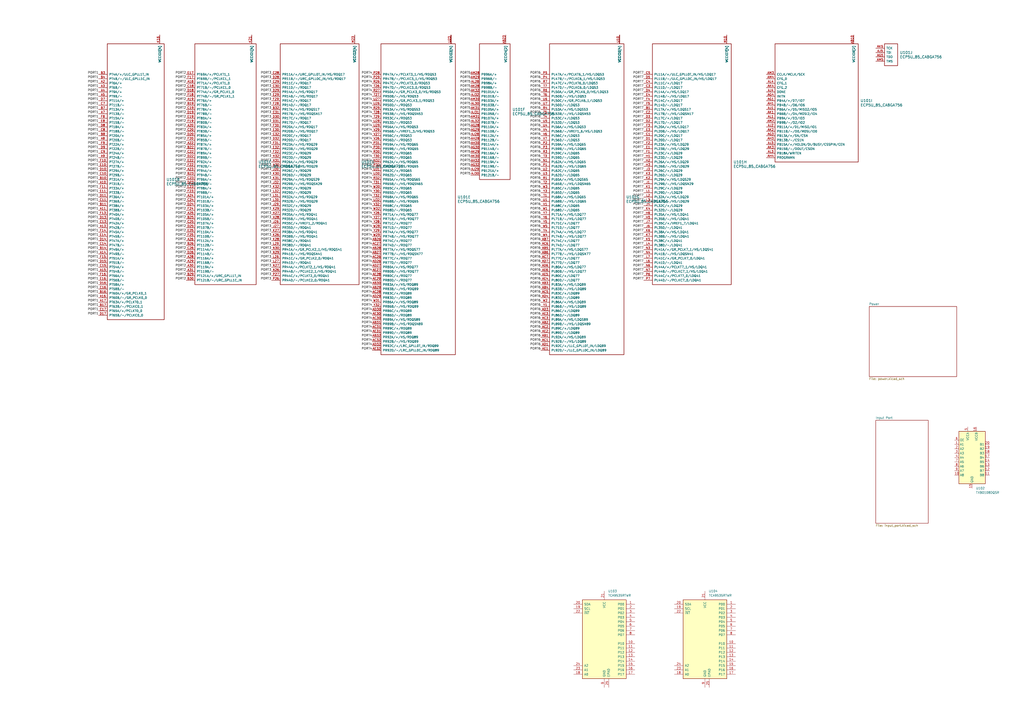
<source format=kicad_sch>
(kicad_sch (version 20230121) (generator eeschema)
  (paper "A2")
  (label "PORT4" (at 215.9 106.68 180))
  (label "PORT7" (at 373.38 78.74 180))
  (label "PORT7" (at 373.38 68.58 180))
  (label "PORT6" (at 313.69 147.32 180))
  (label "PORT1" (at 57.15 114.3 180))
  (label "PORT1" (at 57.15 119.38 180))
  (label "PORT6" (at 313.69 160.02 180))
  (label "PORT7" (at 373.38 157.48 180))
  (label "PORT4" (at 215.9 157.48 180))
  (label "PORT2" (at 107.95 114.3 180))
  (label "PORT7" (at 373.38 124.46 180))
  (label "PORT4" (at 215.9 160.02 180))
  (label "PORT1" (at 57.15 91.44 180))
  (label "PORT6" (at 313.69 142.24 180))
  (label "PORT6" (at 313.69 55.88 180))
  (label "PORT1" (at 57.15 137.16 180))
  (label "PORT1" (at 57.15 111.76 180))
  (label "PORT6" (at 313.69 91.44 180))
  (label "PORT6" (at 313.69 152.4 180))
  (label "PORT4" (at 215.9 48.26 180))
  (label "PORT1" (at 57.15 129.54 180))
  (label "PORT1" (at 57.15 144.78 180))
  (label "PORT2" (at 107.95 86.36 180))
  (label "PORT6" (at 313.69 88.9 180))
  (label "PORT7" (at 373.38 139.7 180))
  (label "PORT4" (at 215.9 177.8 180))
  (label "PORT3" (at 157.48 157.48 180))
  (label "PORT1" (at 57.15 121.92 180))
  (label "PORT7" (at 373.38 55.88 180))
  (label "PORT3" (at 157.48 160.02 180))
  (label "PORT2" (at 107.95 58.42 180))
  (label "PORT7" (at 373.38 50.8 180))
  (label "PORT5" (at 273.05 101.6 180))
  (label "PORT6" (at 313.69 104.14 180))
  (label "PORT4" (at 215.9 175.26 180))
  (label "PORT4" (at 215.9 93.98 180))
  (label "PORT1" (at 57.15 76.2 180))
  (label "PORT7" (at 373.38 88.9 180))
  (label "PORT4" (at 215.9 187.96 180))
  (label "PORT6" (at 313.69 127 180))
  (label "PORT4" (at 215.9 66.04 180))
  (label "PORT1" (at 57.15 154.94 180))
  (label "PORT3" (at 157.48 104.14 180))
  (label "PORT1" (at 57.15 99.06 180))
  (label "PORT3" (at 157.48 147.32 180))
  (label "PORT6" (at 313.69 144.78 180))
  (label "PORT2" (at 107.95 71.12 180))
  (label "PORT3" (at 157.48 88.9 180))
  (label "PORT6" (at 313.69 60.96 180))
  (label "PORT7" (at 373.38 101.6 180))
  (label "PORT3" (at 157.48 99.06 180))
  (label "PORT7" (at 373.38 154.94 180))
  (label "PORT6" (at 313.69 83.82 180))
  (label "PORT2" (at 107.95 134.62 180))
  (label "PORT4" (at 215.9 162.56 180))
  (label "PORT7" (at 373.38 99.06 180))
  (label "PORT1" (at 57.15 53.34 180))
  (label "PORT1" (at 57.15 116.84 180))
  (label "PORT1" (at 57.15 48.26 180))
  (label "PORT6" (at 313.69 71.12 180))
  (label "PORT1" (at 57.15 124.46 180))
  (label "PORT4" (at 215.9 198.12 180))
  (label "PORT4" (at 215.9 96.52 180))
  (label "PORT6" (at 313.69 132.08 180))
  (label "PORT1" (at 57.15 43.18 180))
  (label "PORT1" (at 57.15 68.58 180))
  (label "PORT4" (at 215.9 116.84 180))
  (label "PORT4" (at 215.9 121.92 180))
  (label "PORT3" (at 157.48 111.76 180))
  (label "PORT4" (at 215.9 99.06 180))
  (label "PORT7" (at 373.38 81.28 180))
  (label "PORT2" (at 107.95 55.88 180))
  (label "PORT6" (at 313.69 81.28 180))
  (label "PORT7" (at 373.38 43.18 180))
  (label "PORT3" (at 157.48 121.92 180))
  (label "PORT4" (at 215.9 119.38 180))
  (label "PORT3" (at 157.48 68.58 180))
  (label "PORT4" (at 215.9 134.62 180))
  (label "PORT2" (at 107.95 160.02 180))
  (label "PORT7" (at 373.38 152.4 180))
  (label "PORT2" (at 107.95 129.54 180))
  (label "PORT7" (at 373.38 109.22 180))
  (label "PORT4" (at 215.9 172.72 180))
  (label "PORT3" (at 157.48 76.2 180))
  (label "PORT3" (at 157.48 78.74 180))
  (label "PORT6" (at 313.69 58.42 180))
  (label "PORT4" (at 215.9 58.42 180))
  (label "PORT2" (at 107.95 66.04 180))
  (label "PORT1" (at 57.15 96.52 180))
  (label "PORT5" (at 273.05 96.52 180))
  (label "PORT4" (at 215.9 152.4 180))
  (label "PORT7" (at 373.38 114.3 180))
  (label "PORT6" (at 313.69 73.66 180))
  (label "PORT7" (at 373.38 142.24 180))
  (label "PORT6" (at 313.69 106.68 180))
  (label "PORT2" (at 107.95 104.14 180))
  (label "PORT2" (at 107.95 127 180))
  (label "PORT4" (at 215.9 76.2 180))
  (label "PORT1" (at 57.15 182.88 180))
  (label "PORT4" (at 215.9 185.42 180))
  (label "PORT4" (at 215.9 170.18 180))
  (label "PORT4" (at 215.9 68.58 180))
  (label "PORT4" (at 215.9 86.36 180))
  (label "PORT2" (at 107.95 43.18 180))
  (label "PORT1" (at 57.15 81.28 180))
  (label "PORT7" (at 373.38 134.62 180))
  (label "PORT4" (at 215.9 149.86 180))
  (label "PORT2" (at 107.95 53.34 180))
  (label "PORT3" (at 157.48 144.78 180))
  (label "PORT2" (at 107.95 101.6 180))
  (label "PORT6" (at 313.69 63.5 180))
  (label "PORT1" (at 57.15 60.96 180))
  (label "PORT2" (at 107.95 73.66 180))
  (label "PORT6" (at 313.69 180.34 180))
  (label "PORT3" (at 157.48 149.86 180))
  (label "PORT4" (at 215.9 88.9 180))
  (label "PORT7" (at 373.38 71.12 180))
  (label "PORT6" (at 313.69 162.56 180))
  (label "PORT4" (at 215.9 45.72 180))
  (label "PORT2" (at 107.95 152.4 180))
  (label "PORT7" (at 373.38 86.36 180))
  (label "PORT2" (at 107.95 68.58 180))
  (label "PORT6" (at 313.69 93.98 180))
  (label "PORT2" (at 107.95 157.48 180))
  (label "PORT2" (at 107.95 142.24 180))
  (label "PORT2" (at 107.95 93.98 180))
  (label "PORT2" (at 107.95 116.84 180))
  (label "PORT3" (at 157.48 63.5 180))
  (label "PORT4" (at 215.9 101.6 180))
  (label "PORT2" (at 107.95 137.16 180))
  (label "PORT6" (at 313.69 193.04 180))
  (label "PORT7" (at 373.38 91.44 180))
  (label "PORT3" (at 157.48 106.68 180))
  (label "PORT1" (at 57.15 160.02 180))
  (label "PORT7" (at 373.38 73.66 180))
  (label "PORT1" (at 57.15 142.24 180))
  (label "PORT1" (at 57.15 78.74 180))
  (label "PORT3" (at 157.48 114.3 180))
  (label "PORT5" (at 273.05 86.36 180))
  (label "PORT4" (at 215.9 195.58 180))
  (label "PORT3" (at 157.48 58.42 180))
  (label "PORT7" (at 373.38 149.86 180))
  (label "PORT6" (at 313.69 198.12 180))
  (label "PORT4" (at 215.9 50.8 180))
  (label "PORT6" (at 313.69 121.92 180))
  (label "PORT4" (at 215.9 127 180))
  (label "PORT6" (at 313.69 68.58 180))
  (label "PORT3" (at 157.48 124.46 180))
  (label "PORT2" (at 107.95 91.44 180))
  (label "PORT2" (at 107.95 99.06 180))
  (label "PORT3" (at 157.48 53.34 180))
  (label "PORT6" (at 313.69 167.64 180))
  (label "PORT6" (at 313.69 187.96 180))
  (label "PORT7" (at 373.38 129.54 180))
  (label "PORT1" (at 57.15 45.72 180))
  (label "PORT1" (at 57.15 73.66 180))
  (label "PORT5" (at 273.05 73.66 180))
  (label "PORT3" (at 157.48 93.98 180))
  (label "PORT2" (at 107.95 111.76 180))
  (label "PORT4" (at 215.9 154.94 180))
  (label "PORT3" (at 157.48 43.18 180))
  (label "PORT5" (at 273.05 63.5 180))
  (label "PORT1" (at 57.15 109.22 180))
  (label "PORT6" (at 313.69 165.1 180))
  (label "PORT3" (at 157.48 119.38 180))
  (label "PORT6" (at 313.69 149.86 180))
  (label "PORT6" (at 313.69 101.6 180))
  (label "PORT3" (at 157.48 71.12 180))
  (label "PORT4" (at 215.9 203.2 180))
  (label "PORT7" (at 373.38 127 180))
  (label "PORT5" (at 273.05 99.06 180))
  (label "PORT4" (at 215.9 81.28 180))
  (label "PORT2" (at 107.95 139.7 180))
  (label "PORT7" (at 373.38 119.38 180))
  (label "PORT7" (at 373.38 83.82 180))
  (label "PORT4" (at 215.9 104.14 180))
  (label "PORT1" (at 57.15 93.98 180))
  (label "PORT6" (at 313.69 45.72 180))
  (label "PORT4" (at 215.9 78.74 180))
  (label "PORT1" (at 57.15 139.7 180))
  (label "PORT4" (at 215.9 182.88 180))
  (label "PORT2" (at 107.95 63.5 180))
  (label "PORT3" (at 157.48 96.52 180))
  (label "PORT7" (at 373.38 144.78 180))
  (label "PORT4" (at 215.9 124.46 180))
  (label "PORT6" (at 313.69 170.18 180))
  (label "PORT1" (at 57.15 83.82 180))
  (label "PORT6" (at 313.69 99.06 180))
  (label "PORT6" (at 313.69 78.74 180))
  (label "PORT1" (at 57.15 58.42 180))
  (label "PORT4" (at 215.9 114.3 180))
  (label "PORT6" (at 313.69 154.94 180))
  (label "PORT5" (at 273.05 81.28 180))
  (label "PORT2" (at 107.95 132.08 180))
  (label "PORT3" (at 157.48 55.88 180))
  (label "PORT4" (at 215.9 91.44 180))
  (label "PORT1" (at 57.15 127 180))
  (label "PORT7" (at 373.38 162.56 180))
  (label "PORT5" (at 273.05 66.04 180))
  (label "PORT2" (at 107.95 50.8 180))
  (label "PORT3" (at 157.48 132.08 180))
  (label "PORT4" (at 215.9 167.64 180))
  (label "PORT3" (at 157.48 48.26 180))
  (label "PORT7" (at 373.38 45.72 180))
  (label "PORT7" (at 373.38 160.02 180))
  (label "PORT6" (at 313.69 200.66 180))
  (label "PORT7" (at 373.38 96.52 180))
  (label "PORT7" (at 373.38 137.16 180))
  (label "PORT6" (at 313.69 48.26 180))
  (label "PORT2" (at 107.95 147.32 180))
  (label "PORT4" (at 215.9 193.04 180))
  (label "PORT2" (at 107.95 78.74 180))
  (label "PORT1" (at 57.15 162.56 180))
  (label "PORT2" (at 107.95 154.94 180))
  (label "PORT3" (at 157.48 45.72 180))
  (label "PORT3" (at 157.48 83.82 180))
  (label "PORT6" (at 313.69 124.46 180))
  (label "PORT4" (at 215.9 132.08 180))
  (label "PORT3" (at 157.48 81.28 180))
  (label "PORT3" (at 157.48 50.8 180))
  (label "PORT4" (at 215.9 137.16 180))
  (label "PORT2" (at 107.95 162.56 180))
  (label "PORT4" (at 215.9 180.34 180))
  (label "PORT3" (at 157.48 127 180))
  (label "PORT3" (at 157.48 86.36 180))
  (label "PORT5" (at 273.05 60.96 180))
  (label "PORT4" (at 215.9 190.5 180))
  (label "PORT2" (at 107.95 119.38 180))
  (label "PORT1" (at 57.15 132.08 180))
  (label "PORT4" (at 215.9 60.96 180))
  (label "PORT1" (at 57.15 167.64 180))
  (label "PORT7" (at 373.38 106.68 180))
  (label "PORT2" (at 107.95 88.9 180))
  (label "PORT1" (at 57.15 147.32 180))
  (label "PORT7" (at 373.38 132.08 180))
  (label "PORT4" (at 215.9 165.1 180))
  (label "PORT2" (at 107.95 76.2 180))
  (label "PORT6" (at 313.69 119.38 180))
  (label "PORT6" (at 313.69 190.5 180))
  (label "PORT1" (at 57.15 134.62 180))
  (label "PORT5" (at 273.05 83.82 180))
  (label "PORT3" (at 157.48 60.96 180))
  (label "PORT6" (at 313.69 66.04 180))
  (label "PORT5" (at 273.05 68.58 180))
  (label "PORT7" (at 373.38 63.5 180))
  (label "PORT5" (at 273.05 50.8 180))
  (label "PORT6" (at 313.69 182.88 180))
  (label "PORT1" (at 57.15 152.4 180))
  (label "PORT6" (at 313.69 172.72 180))
  (label "PORT7" (at 373.38 147.32 180))
  (label "PORT4" (at 215.9 147.32 180))
  (label "PORT1" (at 57.15 50.8 180))
  (label "PORT2" (at 107.95 144.78 180))
  (label "PORT3" (at 157.48 154.94 180))
  (label "PORT5" (at 273.05 88.9 180))
  (label "PORT3" (at 157.48 139.7 180))
  (label "PORT6" (at 313.69 134.62 180))
  (label "PORT5" (at 273.05 93.98 180))
  (label "PORT4" (at 215.9 142.24 180))
  (label "PORT5" (at 273.05 91.44 180))
  (label "PORT2" (at 107.95 109.22 180))
  (label "PORT6" (at 313.69 43.18 180))
  (label "PORT6" (at 313.69 157.48 180))
  (label "PORT4" (at 215.9 71.12 180))
  (label "PORT3" (at 157.48 152.4 180))
  (label "PORT1" (at 57.15 88.9 180))
  (label "PORT2" (at 107.95 83.82 180))
  (label "PORT4" (at 215.9 63.5 180))
  (label "PORT6" (at 313.69 195.58 180))
  (label "PORT4" (at 215.9 144.78 180))
  (label "PORT1" (at 57.15 180.34 180))
  (label "PORT5" (at 273.05 71.12 180))
  (label "PORT6" (at 313.69 50.8 180))
  (label "PORT6" (at 313.69 203.2 180))
  (label "PORT4" (at 215.9 43.18 180))
  (label "PORT4" (at 215.9 53.34 180))
  (label "PORT2" (at 107.95 124.46 180))
  (label "PORT3" (at 157.48 162.56 180))
  (label "PORT1" (at 57.15 63.5 180))
  (label "PORT5" (at 273.05 45.72 180))
  (label "PORT2" (at 107.95 48.26 180))
  (label "PORT5" (at 273.05 55.88 180))
  (label "PORT2" (at 107.95 106.68 180))
  (label "PORT7" (at 373.38 53.34 180))
  (label "PORT1" (at 57.15 165.1 180))
  (label "PORT2" (at 107.95 149.86 180))
  (label "PORT7" (at 373.38 116.84 180))
  (label "PORT3" (at 157.48 116.84 180))
  (label "PORT4" (at 215.9 200.66 180))
  (label "PORT1" (at 57.15 86.36 180))
  (label "PORT6" (at 313.69 185.42 180))
  (label "PORT4" (at 215.9 83.82 180))
  (label "PORT6" (at 313.69 109.22 180))
  (label "PORT1" (at 57.15 175.26 180))
  (label "PORT3" (at 157.48 66.04 180))
  (label "PORT3" (at 157.48 134.62 180))
  (label "PORT3" (at 157.48 137.16 180))
  (label "PORT1" (at 57.15 55.88 180))
  (label "PORT2" (at 107.95 81.28 180))
  (label "PORT6" (at 313.69 86.36 180))
  (label "PORT3" (at 157.48 129.54 180))
  (label "PORT6" (at 313.69 96.52 180))
  (label "PORT7" (at 373.38 58.42 180))
  (label "PORT4" (at 215.9 73.66 180))
  (label "PORT7" (at 373.38 121.92 180))
  (label "PORT7" (at 373.38 48.26 180))
  (label "PORT5" (at 273.05 48.26 180))
  (label "PORT6" (at 313.69 129.54 180))
  (label "PORT7" (at 373.38 104.14 180))
  (label "PORT2" (at 107.95 45.72 180))
  (label "PORT3" (at 157.48 91.44 180))
  (label "PORT5" (at 273.05 76.2 180))
  (label "PORT6" (at 313.69 137.16 180))
  (label "PORT3" (at 157.48 142.24 180))
  (label "PORT5" (at 273.05 53.34 180))
  (label "PORT1" (at 57.15 106.68 180))
  (label "PORT1" (at 57.15 104.14 180))
  (label "PORT6" (at 313.69 177.8 180))
  (label "PORT7" (at 373.38 66.04 180))
  (label "PORT6" (at 313.69 76.2 180))
  (label "PORT3" (at 157.48 73.66 180))
  (label "PORT1" (at 57.15 71.12 180))
  (label "PORT5" (at 273.05 58.42 180))
  (label "PORT7" (at 373.38 76.2 180))
  (label "PORT7" (at 373.38 93.98 180))
  (label "PORT1" (at 57.15 177.8 180))
  (label "PORT2" (at 107.95 121.92 180))
  (label "PORT4" (at 215.9 111.76 180))
  (label "PORT6" (at 313.69 53.34 180))
  (label "PORT7" (at 373.38 60.96 180))
  (label "PORT2" (at 107.95 96.52 180))
  (label "PORT7" (at 373.38 111.76 180))
  (label "PORT1" (at 57.15 170.18 180))
  (label "PORT5" (at 273.05 78.74 180))
  (label "PORT6" (at 313.69 139.7 180))
  (label "PORT1" (at 57.15 101.6 180))
  (label "PORT1" (at 57.15 157.48 180))
  (label "PORT4" (at 215.9 109.22 180))
  (label "PORT3" (at 157.48 101.6 180))
  (label "PORT1" (at 57.15 66.04 180))
  (label "PORT5" (at 273.05 43.18 180))
  (label "PORT6" (at 313.69 114.3 180))
  (label "PORT4" (at 215.9 55.88 180))
  (label "PORT6" (at 313.69 111.76 180))
  (label "PORT2" (at 107.95 60.96 180))
  (label "PORT4" (at 215.9 139.7 180))
  (label "PORT6" (at 313.69 116.84 180))
  (label "PORT4" (at 215.9 129.54 180))
  (label "PORT6" (at 313.69 175.26 180))
  (label "PORT3" (at 157.48 109.22 180))
  (label "PORT1" (at 57.15 149.86 180))
  (label "PORT1" (at 57.15 172.72 180))
  (symbol (lib_id "Lattice_ECP5_FPGA:ECP5U_85_CABGA756") (at 313.69 43.18 0) (unit 7)
    (property "Reference" "U101" (at 363.22 114.3 0) (effects (font (size 1.524 1.524)) (justify left)))
    (property "Value" "ECP5U_85_CABGA756" (at 363.22 116.84 0) (effects (font (size 1.524 1.524)) (justify left)))
    (property "Footprint" "Package_BGA:Lattice_caBGA-756_27.0x27.0mm_Layout32x32_P0.8mm" (effects hide))
    (property "manf#" "ECP5U_85" (effects hide))
  )
  (symbol (lib_id "Lattice_ECP5_FPGA:ECP5U_85_CABGA756") (at 157.48 43.18 0) (unit 4)
    (property "Reference" "U101" (at 209.55 93.98 0) (effects (font (size 1.524 1.524)) (justify left)))
    (property "Value" "ECP5U_85_CABGA756" (at 209.55 96.52 0) (effects (font (size 1.524 1.524)) (justify left)))
    (property "Footprint" "Package_BGA:Lattice_caBGA-756_27.0x27.0mm_Layout32x32_P0.8mm" (effects hide))
    (property "manf#" "ECP5U_85" (effects hide))
  )
  (symbol (lib_id "Lattice_ECP5_FPGA:ECP5U_85_CABGA756") (at 273.05 43.18 0) (unit 6)
    (property "Reference" "U101" (at 297.18 63.5 0) (effects (font (size 1.524 1.524)) (justify left)))
    (property "Value" "ECP5U_85_CABGA756" (at 297.18 66.04 0) (effects (font (size 1.524 1.524)) (justify left)))
    (property "Footprint" "Package_BGA:Lattice_caBGA-756_27.0x27.0mm_Layout32x32_P0.8mm" (effects hide))
    (property "manf#" "ECP5U_85" (effects hide))
  )
  (symbol (lib_id "Lattice_ECP5_FPGA:ECP5U_85_CABGA756") (at 107.95 43.18 0) (unit 3)
    (property "Reference" "U101" (at 149.86 93.98 0) (effects (font (size 1.524 1.524)) (justify left)))
    (property "Value" "ECP5U_85_CABGA756" (at 149.86 96.52 0) (effects (font (size 1.524 1.524)) (justify left)))
    (property "Footprint" "Package_BGA:Lattice_caBGA-756_27.0x27.0mm_Layout32x32_P0.8mm" (effects hide))
    (property "manf#" "ECP5U_85" (effects hide))
  )
  (symbol (lib_id "Interface_Expansion:TCA9535RTWR") (at 408.94 370.84 0) (unit 1)
    (property "Reference" "U104" (at 411.1341 342.9 0) (effects (justify left)))
    (property "Value" "TCA9535RTWR" (at 411.1341 345.44 0) (effects (justify left)))
    (property "Footprint" "Package_DFN_QFN:WQFN-24-1EP_4x4mm_P0.5mm_EP2.45x2.45mm" (effects hide))
    (property "Datasheet" "http://www.ti.com/lit/ds/symlink/tca9535.pdf" (effects hide))
  )
  (symbol (lib_id "Lattice_ECP5_FPGA:ECP5U_85_CABGA756") (at 215.9 43.18 0) (unit 5)
    (property "Reference" "U101" (at 265.43 114.3 0) (effects (font (size 1.524 1.524)) (justify left)))
    (property "Value" "ECP5U_85_CABGA756" (at 265.43 116.84 0) (effects (font (size 1.524 1.524)) (justify left)))
    (property "Footprint" "Package_BGA:Lattice_caBGA-756_27.0x27.0mm_Layout32x32_P0.8mm" (effects hide))
    (property "manf#" "ECP5U_85" (effects hide))
  )
  (symbol (lib_id "Lattice_ECP5_FPGA:ECP5U_85_CABGA756") (at 57.15 43.18 0) (unit 2)
    (property "Reference" "U101" (at 96.52 104.14 0) (effects (font (size 1.524 1.524)) (justify left)))
    (property "Value" "ECP5U_85_CABGA756" (at 96.52 106.68 0) (effects (font (size 1.524 1.524)) (justify left)))
    (property "Footprint" "Package_BGA:Lattice_caBGA-756_27.0x27.0mm_Layout32x32_P0.8mm" (effects hide))
    (property "manf#" "ECP5U_85" (effects hide))
  )
  (symbol (lib_id "Lattice_ECP5_FPGA:ECP5U_85_CABGA756") (at 508 27.94 0) (unit 10)
    (property "Reference" "U101" (at 521.97 30.48 0) (effects (font (size 1.524 1.524)) (justify left)))
    (property "Value" "ECP5U_85_CABGA756" (at 521.97 33.02 0) (effects (font (size 1.524 1.524)) (justify left)))
    (property "Footprint" "Package_BGA:Lattice_caBGA-756_27.0x27.0mm_Layout32x32_P0.8mm" (effects hide))
    (property "manf#" "ECP5U_85" (effects hide))
  )
  (symbol (lib_id "Interface_Expansion:TCA9535RTWR") (at 350.52 370.84 0) (unit 1)
    (property "Reference" "U103" (at 352.7141 342.9 0) (effects (justify left)))
    (property "Value" "TCA9535RTWR" (at 352.7141 345.44 0) (effects (justify left)))
    (property "Footprint" "Package_DFN_QFN:WQFN-24-1EP_4x4mm_P0.5mm_EP2.45x2.45mm" (effects hide))
    (property "Datasheet" "http://www.ti.com/lit/ds/symlink/tca9535.pdf" (effects hide))
  )
  (symbol (lib_id "Lattice_ECP5_FPGA:ECP5U_85_CABGA756") (at 444.5 43.18 0) (unit 9)
    (property "Reference" "U101" (at 499.11 58.42 0) (effects (font (size 1.524 1.524)) (justify left)))
    (property "Value" "ECP5U_85_CABGA756" (at 499.11 60.96 0) (effects (font (size 1.524 1.524)) (justify left)))
    (property "Footprint" "Package_BGA:Lattice_caBGA-756_27.0x27.0mm_Layout32x32_P0.8mm" (effects hide))
    (property "manf#" "ECP5U_85" (effects hide))
  )
  (symbol (lib_id "Logic_LevelTranslator:TXB0108DQSR") (at 563.88 265.43 0) (unit 1)
    (property "Reference" "U102" (at 566.0741 283.21 0) (effects (justify left)))
    (property "Value" "TXB0108DQSR" (at 566.0741 285.75 0) (effects (justify left)))
    (property "Footprint" "Package_SON:USON-20_2x4mm_P0.4mm" (effects hide))
    (property "Datasheet" "http://www.ti.com/lit/ds/symlink/txb0108.pdf" (effects hide))
  )
  (symbol (lib_id "Lattice_ECP5_FPGA:ECP5U_85_CABGA756") (at 373.38 43.18 0) (unit 8)
    (property "Reference" "U101" (at 425.45 93.98 0) (effects (font (size 1.524 1.524)) (justify left)))
    (property "Value" "ECP5U_85_CABGA756" (at 425.45 96.52 0) (effects (font (size 1.524 1.524)) (justify left)))
    (property "Footprint" "Package_BGA:Lattice_caBGA-756_27.0x27.0mm_Layout32x32_P0.8mm" (effects hide))
    (property "manf#" "ECP5U_85" (effects hide))
  )
  (sheet (at 504.19 177.8) (size 50.8 40.64) (stroke (width 0.1524))
    (property "Sheetname" "Power" (at 504.19 177.0884 0) (effects (justify left bottom)))
    (property "Sheetfile" "power.kicad_sch" (at 504.19 219.0246 0) (effects (justify left top)))
  )
  (sheet (at 508 243.84) (size 30.48 59.69) (stroke (width 0.1524))
    (property "Sheetname" "Input Port" (at 508 243.1284 0) (effects (justify left bottom)))
    (property "Sheetfile" "input_port.kicad_sch" (at 508 304.1146 0) (effects (justify left top)))
  )
)
</source>
